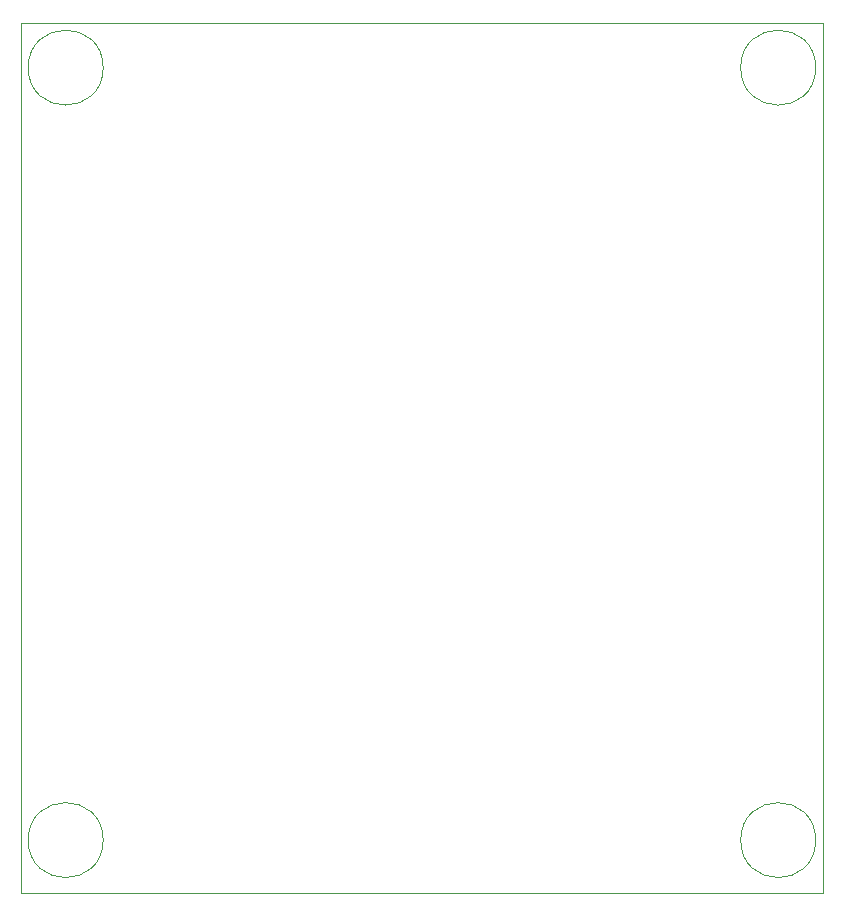
<source format=gm1>
%TF.GenerationSoftware,KiCad,Pcbnew,7.0.9*%
%TF.CreationDate,2024-11-13T11:23:37-07:00*%
%TF.ProjectId,fullOptBattleCartV1,66756c6c-4f70-4744-9261-74746c654361,rev?*%
%TF.SameCoordinates,Original*%
%TF.FileFunction,Profile,NP*%
%FSLAX46Y46*%
G04 Gerber Fmt 4.6, Leading zero omitted, Abs format (unit mm)*
G04 Created by KiCad (PCBNEW 7.0.9) date 2024-11-13 11:23:37*
%MOMM*%
%LPD*%
G01*
G04 APERTURE LIST*
%TA.AperFunction,Profile*%
%ADD10C,0.100000*%
%TD*%
G04 APERTURE END LIST*
D10*
X107950000Y-36195000D02*
G75*
G03*
X107950000Y-36195000I-3175000J0D01*
G01*
X47625000Y-36195000D02*
G75*
G03*
X47625000Y-36195000I-3175000J0D01*
G01*
X47625000Y-101600000D02*
G75*
G03*
X47625000Y-101600000I-3175000J0D01*
G01*
X107950000Y-101600000D02*
G75*
G03*
X107950000Y-101600000I-3175000J0D01*
G01*
X40640000Y-32385000D02*
X108585000Y-32385000D01*
X108585000Y-106045000D01*
X40640000Y-106045000D01*
X40640000Y-32385000D01*
M02*

</source>
